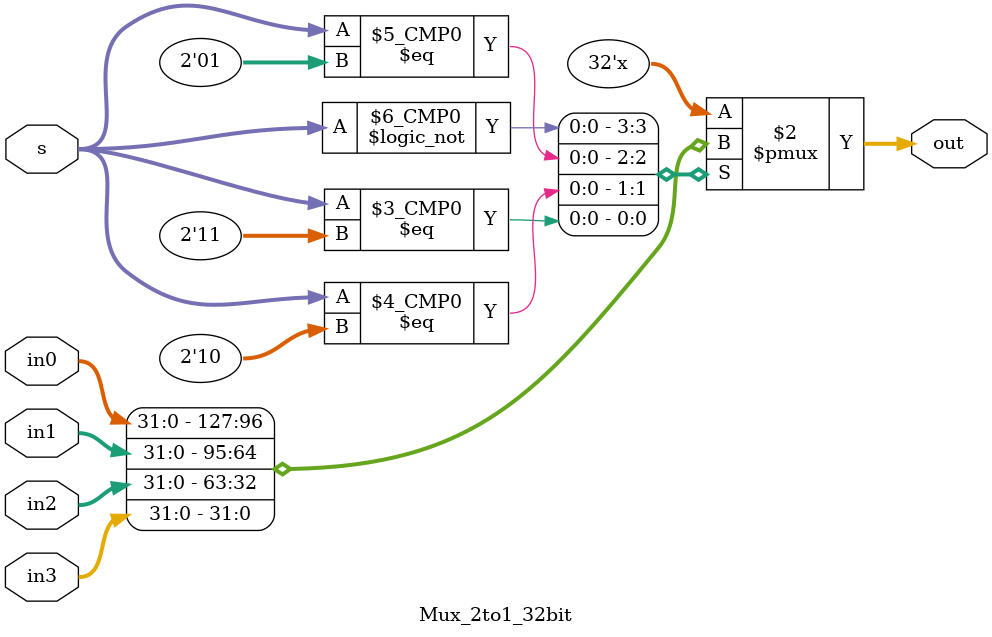
<source format=v>
`timescale 1ns / 1ps


module Mux_2to1_32bit(
    input wire [1:0] s,
    input wire [31:0] in0,
    input wire [31:0] in1,
    input wire [31:0] in2,
    input wire [31:0] in3,
    output reg [31:0] out
    );
    always @* begin
        case(s)
            2'b00:out <= in0;
            2'b01:out <= in1;
            2'b10:out <= in2;
            2'b11:out <= in3;
        endcase
    end
endmodule

</source>
